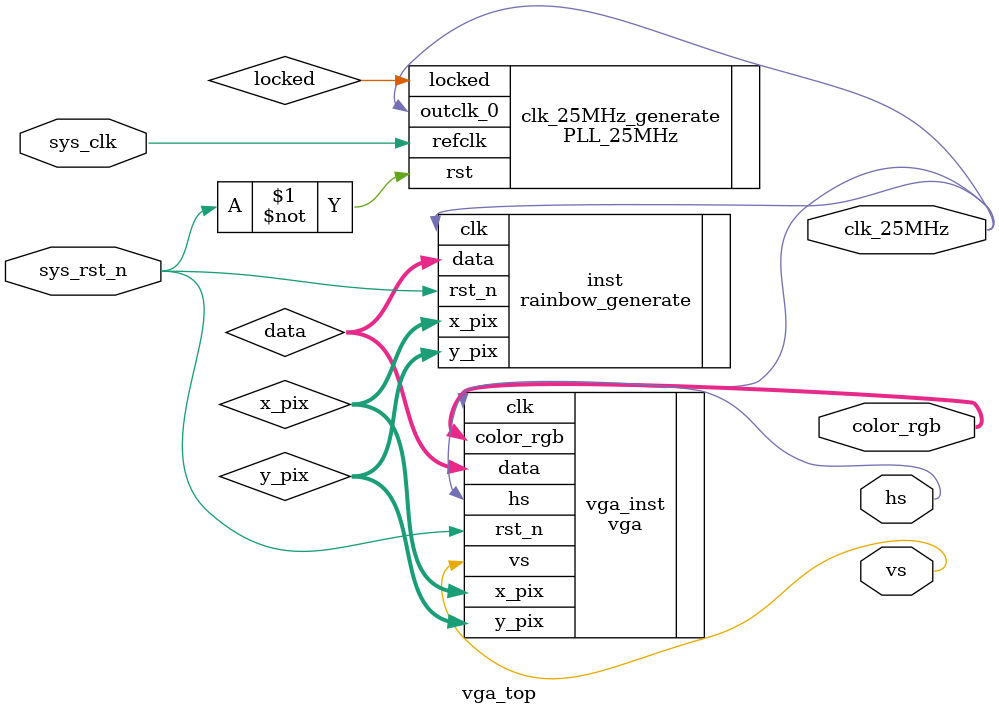
<source format=v>

module vga_top(
    input           sys_clk     ,
    input           sys_rst_n   ,

    output          hs          ,
    output          vs          ,
	 output			  clk_25MHz	  ,
    output  [23:0]  color_rgb
);

wire    [ 9:0]  x_pix       ;
wire    [ 9:0]  y_pix       ;

wire    [23:0]  data        ;


vga vga_inst(
    .clk        (clk_25MHz      ),
    .rst_n      (sys_rst_n      ),

    .data       (data           ),

    .hs         (hs             ),
    .vs         (vs             ),

    .x_pix      (x_pix          ),
    .y_pix      (y_pix          ),

    .color_rgb  (color_rgb      )
);

rainbow_generate inst(
    .clk        (clk_25MHz      ),
    .rst_n      (sys_rst_n      ),

    .x_pix      (x_pix          ),
    .y_pix      (y_pix          ),

    .data       (data           )
);

PLL_25MHz clk_25MHz_generate(
    .refclk     (sys_clk        ),
    .rst        (~sys_rst_n     ),
    .outclk_0   (clk_25MHz      ),
    .locked     (locked         )
);
endmodule

</source>
